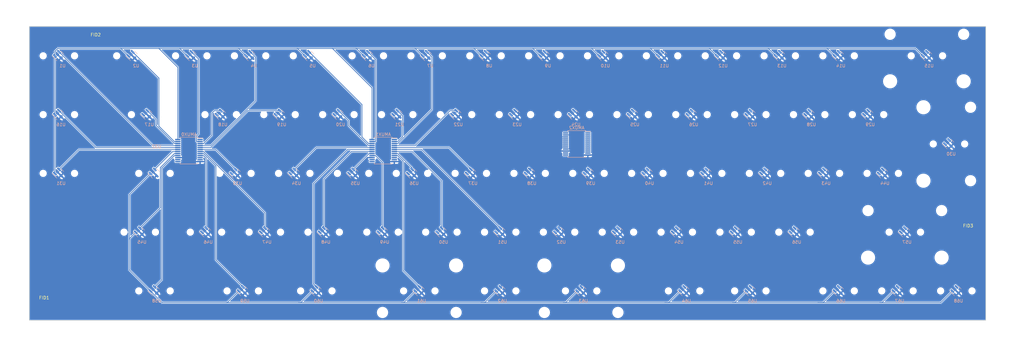
<source format=kicad_pcb>
(kicad_pcb (version 20221018) (generator pcbnew)
  (layers (0 "F.Cu" signal) (31 "B.Cu" signal) (34 "B.Paste" user) (35 "F.Paste" user) (36 "B.SilkS" user "B.Silkscreen") (37 "F.SilkS" user "F.Silkscreen") (38 "B.Mask" user) (39 "F.Mask" user) (44 "Edge.Cuts" user))
  (net 0 "")
  (net 1 "/ADC0")
  (net 2 "/AMUX0:7")
  (net 3 "/AMUX0:6")
  (net 4 "/AMUX0:5")
  (net 5 "/AMUX0:4")
  (net 6 "/AMUX0:3")
  (net 7 "/AMUX0:2")
  (net 8 "/AMUX0:1")
  (net 9 "/AMUX0:0")
  (net 10 "/SELECT0")
  (net 11 "/SELECT1")
  (net 12 "GND")
  (net 13 "/SELECT3")
  (net 14 "/SELECT2")
  (net 15 "/AMUX0:15")
  (net 16 "/AMUX0:14")
  (net 17 "/AMUX0:13")
  (net 18 "/AMUX0:12")
  (net 19 "/AMUX0:11")
  (net 20 "/AMUX0:10")
  (net 22 "/AMUX0:9")
  (net 23 "/AMUX0:8")
  (net 25 "+3.3VA")
  (net 52 "/ADC1")
  (net 53 "/AMUX1:7")
  (net 54 "/AMUX1:6")
  (net 55 "/AMUX1:5")
  (net 56 "/AMUX1:4")
  (net 57 "/AMUX1:3")
  (net 58 "/AMUX1:2")
  (net 59 "/AMUX1:1")
  (net 60 "/AMUX1:0")
  (net 61 "/AMUX1:15")
  (net 62 "/AMUX1:14")
  (net 63 "/AMUX1:13")
  (net 64 "/AMUX1:12")
  (net 65 "/AMUX1:11")
  (net 66 "/AMUX1:10")
  (net 67 "/AMUX1:9")
  (net 68 "/AMUX1:8")
  (net 69 "/ADC2")
  (net 70 "/AMUX2:7")
  (net 71 "/AMUX2:6")
  (net 72 "/AMUX2:5")
  (net 73 "/AMUX2:4")
  (net 74 "/AMUX2:3")
  (net 75 "/AMUX2:2")
  (net 76 "/AMUX2:1")
  (net 77 "/AMUX2:0")
  (net 78 "/AMUX2:15")
  (net 79 "/AMUX2:14")
  (net 80 "/AMUX2:13")
  (net 81 "/AMUX2:12")
  (net 82 "/AMUX2:11")
  (net 83 "/AMUX2:10")
  (net 84 "/AMUX2:9")
  (net 85 "/AMUX2:8")
  (footprint "Lekker switch:SW_MX_Lekker_1u" (layer "F.Cu") (at 154.3 78.1)
    (fp_text reference "U36")
    (fp_text value "A1101ELHL" hide)
  )
  (footprint "Lekker switch:SW_MX_Lekker" (layer "F.Cu") (at 209.06875 116.2)
    (fp_text reference "U63")
    (fp_text value "A1101ELHL" hide)
  )
  (footprint "Lekker switch:SW_MX_Lekker_1u" (layer "F.Cu") (at 268.6 78.1)
    (fp_text reference "U42")
    (fp_text value "A1101ELHL" hide)
  )
  (footprint "Lekker switch:SW_MX_Lekker_1u" (layer "F.Cu") (at 125.725 97.15)
    (fp_text reference "U48")
    (fp_text value "A1101ELHL" hide)
  )
  (footprint "Lekker switch:SW_MX_Lekker_1.25u" (layer "F.Cu") (at 66.19375 97.15)
    (fp_text reference "U45")
    (fp_text value "A1101ELHL" hide)
  )
  (footprint "Lekker switch:SW_MX_Lekker_1u" (layer "F.Cu") (at 163.825 97.15)
    (fp_text reference "U50")
    (fp_text value "A1101ELHL" hide)
  )
  (footprint "Lekker switch:SW_MX_Lekker_1u" (layer "F.Cu") (at 63.8125 40)
    (fp_text reference "U2")
    (fp_text value "A1101ELHL" hide)
  )
  (footprint "Lekker switch:SW_MX_Lekker_1.75u" (layer "F.Cu") (at 70.95625 116.2)
    (fp_text reference "U58")
    (fp_text value "A1101ELHL" hide)
  )
  (footprint "Lekker switch:SW_MX_Lekker_1u" (layer "F.Cu") (at 301.9375 59.05)
    (fp_text reference "U29")
    (fp_text value "A1101ELHL" hide)
  )
  (footprint "Lekker switch:SW_MX_Lekker_1u" (layer "F.Cu") (at 187.6375 59.05)
    (fp_text reference "U23")
    (fp_text value "A1101ELHL" hide)
  )
  (footprint "Lekker switch:SW_MX_Lekker_1.25u" (layer "F.Cu") (at 99.53125 116.2)
    (fp_text reference "U59")
    (fp_text value "A1101ELHL" hide)
  )
  (footprint "Lekker switch:SW_MX_Lekker_1u" (layer "F.Cu") (at 168.5875 59.05)
    (fp_text reference "U22")
    (fp_text value "A1101ELHL" hide)
  )
  (footprint "Lekker switch:SW_MX_Lekker_1u" (layer "F.Cu") (at 92.3875 59.05)
    (fp_text reference "U18")
    (fp_text value "A1101ELHL" hide)
  )
  (footprint "Lekker switch:SW_MX_Lekker_1u" (layer "F.Cu") (at 149.5375 59.05)
    (fp_text reference "U21")
    (fp_text value "A1101ELHL" hide)
  )
  (footprint "Lekker switch:SW_MX_Lekker_1u" (layer "F.Cu") (at 282.8875 59.05)
    (fp_text reference "U28")
    (fp_text value "A1101ELHL" hide)
  )
  (footprint "Lekker switch:SW_MX_Lekker_1u" (layer "F.Cu") (at 287.65 78.1)
    (fp_text reference "U43")
    (fp_text value "A1101ELHL" hide)
  )
  (footprint "Lekker switch:SW_MX_Lekker_1.25u" (layer "F.Cu") (at 123.34375 116.2)
    (fp_text reference "U60")
    (fp_text value "A1101ELHL" hide)
  )
  (footprint "Lekker switch:SW_MX_Lekker_1u" (layer "F.Cu") (at 182.875 97.15)
    (fp_text reference "U51")
    (fp_text value "A1101ELHL" hide)
  )
  (footprint "Lekker switch:SW_MX_Lekker_1u" (layer "F.Cu") (at 259.075 97.15)
    (fp_text reference "U55")
    (fp_text value "A1101ELHL" hide)
  )
  (footprint "Lekker switch:SW_MX_Lekker" (layer "F.Cu") (at 328.13125 68.575)
    (fp_text reference "U30")
    (fp_text value "A1101ELHL" hide)
  )
  (footprint "Lekker switch:SW_MX_Lekker_1u" (layer "F.Cu") (at 178.1125 40)
    (fp_text reference "U8")
    (fp_text value "A1101ELHL" hide)
  )
  (footprint "Lekker switch:SW_MX_Lekker_1u" (layer "F.Cu") (at 40 40)
    (fp_text reference "U1")
    (fp_text value "A1101ELHL" hide)
  )
  (footprint "Lekker switch:SW_MX_Lekker" (layer "F.Cu") (at 156.68125 116.2)
    (fp_text reference "U61")
    (fp_text value "A1101ELHL" hide)
  )
  (footprint "Fiducial:Fiducial_1mm_Mask3mm" (layer "F.Cu") (at 51.90625 35.71375)
    (fp_text reference "FID2")
    (fp_text value "Fiducial")
  )
  (footprint "Lekker switch:SW_MX_Lekker_1u" (layer "F.Cu") (at 263.8375 59.05)
    (fp_text reference "U27")
    (fp_text value "A1101ELHL" hide)
  )
  (footprint "Lekker switch:SW_MX_Lekker_1u" (layer "F.Cu") (at 111.4375 59.05)
    (fp_text reference "U19")
    (fp_text value "A1101ELHL" hide)
  )
  (footprint "Lekker switch:SW_MX_Lekker_1u" (layer "F.Cu") (at 120.9625 40)
    (fp_text reference "U5")
    (fp_text value "A1101ELHL" hide)
  )
  (footprint "PCM_marbastlib-mx:STAB_MX_2.25u" (layer "F.Cu") (at 209.06875 116.2 180)
    (fp_text reference "REF**" hide)
    (fp_text value "STAB_MX_2.25u")
  )
  (footprint "Lekker switch:SW_MX_Lekker_1u" (layer "F.Cu") (at 106.675 97.15)
    (fp_text reference "U47")
    (fp_text value "A1101ELHL" hide)
  )
  (footprint "Lekker switch:SW_MX_Lekker_1u" (layer "F.Cu") (at 116.2 78.1)
    (fp_text reference "U34")
    (fp_text value "A1101ELHL" hide)
  )
  (footprint "Lekker switch:SW_MX_Lekker_1u" (layer "F.Cu") (at 311.4625 116.2)
    (fp_text reference "U67")
    (fp_text value "A1101ELHL" hide)
  )
  (footprint "Lekker switch:SW_MX_Lekker_1u" (layer "F.Cu") (at 244.7875 59.05)
    (fp_text reference "U26")
    (fp_text value "A1101ELHL" hide)
  )
  (footprint "Fiducial:Fiducial_1mm_Mask3mm" (layer "F.Cu") (at 35.2375 120.9625)
    (fp_text reference "FID1")
    (fp_text value "Fiducial")
  )
  (footprint "Lekker switch:SW_MX_Lekker_1u" (layer "F.Cu") (at 140.0125 40)
    (fp_text reference "U6")
    (fp_text value "A1101ELHL" hide)
  )
  (footprint "PCM_marbastlib-mx:STAB_MX_2.75u" (layer "F.Cu") (at 313.84375 97.15)
    (fp_text reference "REF**" hide)
    (fp_text value "STAB_MX_2.75u")
  )
  (footprint "Lekker switch:SW_MX_Lekker_1u" (layer "F.Cu") (at 263.8375 116.2)
    (fp_text reference "U65")
    (fp_text value "A1101ELHL" hide)
  )
  (footprint "PCM_marbastlib-mx:STAB_MX_2.25u" (layer "F.Cu") (at 156.68125 116.2 180)
    (fp_text reference "REF**" hide)
    (fp_text value "STAB_MX_2.25u")
  )
  (footprint "Lekker switch:SW_MX_Lekker_1u" (layer "F.Cu") (at 278.125 97.15)
    (fp_text reference "U56")
    (fp_text value "A1101ELHL" hide)
  )
  (footprint "Lekker switch:SW_MX_Lekker_1.25u" (layer "F.Cu") (at 242.40625 116.2)
    (fp_text reference "U64")
    (fp_text value "A1101ELHL" hide)
  )
  (footprint "Lekker switch:SW_MX_Lekker_1u" (layer "F.Cu") (at 130.4875 59.05)
    (fp_text reference "U20")
    (fp_text value "A1101ELHL" hide)
  )
  (footprint "Lekker switch:SW_MX_Lekker_1u" (layer "F.Cu") (at 159.0625 40)
    (fp_text reference "U7")
    (fp_text value "A1101ELHL" hide)
  )
  (footprint "Lekker switch:SW_MX_Lekker_1u" (layer "F.Cu") (at 201.925 97.15)
    (fp_text reference "U52")
    (fp_text value "A1101ELHL" hide)
  )
  (footprint "Lekker switch:SW_MX_Lekker_1u" (layer "F.Cu") (at 292.4125 40)
    (fp_text reference "U14")
    (fp_text value "A1101ELHL" hide)
  )
  (footprint "Lekker switch:SW_MX_Lekker_1u" (layer "F.Cu") (at 97.15 78.1)
    (fp_text reference "U33")
    (fp_text value "A1101ELHL" hide)
  )
  (footprint "Lekker switch:SW_MX_Lekker_1u" (layer "F.Cu") (at 306.7 78.1)
    (fp_text reference "U44")
    (fp_text value "A1101ELHL" hide)
  )
  (footprint "Lekker switch:SW_MX_Lekker_1u" (layer "F.Cu") (at 40 59.05)
    (fp_text reference "U16")
    (fp_text value "A1101ELHL" hide)
  )
  (footprint "Lekker switch:SW_MX_Lekker_1u" (layer "F.Cu") (at 254.3125 40)
    (fp_text reference "U12")
    (fp_text value "A1101ELHL" hide)
  )
  (footprint "Lekker switch:SW_MX_Lekker_1u" (layer "F.Cu") (at 192.4 78.1)
    (fp_text reference "U38")
    (fp_text value "A1101ELHL" hide)
  )
  (footprint "Lekker switch:SW_MX_Lekker_1u" (layer "F.Cu") (at 240.025 97.15)
    (fp_text reference "U54")
    (fp_text value "A1101ELHL" hide)
  )
  (footprint "Lekker switch:SW_MX_Lekker_1u" (layer "F.Cu") (at 144.775 97.15)
    (fp_text reference "U49")
    (fp_text value "A1101ELHL" hide)
  )
  (footprint "Lekker switch:SW_MX_Lekker_1u" (layer "F.Cu") (at 197.1625 40)
    (fp_text reference "U9")
    (fp_text value "A1101ELHL" hide)
  )
  (footprint "Lekker switch:SW_MX_Lekker_1u" (layer "F.Cu") (at 173.35 78.1)
    (fp_text reference "U37")
    (fp_text value "A1101ELHL" hide)
  )
  (footprint "PCM_marbastlib-mx:STAB_MX_2u" (layer "F.Cu") (at 320.9875 40)
    (fp_text reference "REF**" hide)
    (fp_text value "STAB_MX_2u")
  )
  (footprint "Lekker switch:SW_MX_Lekker_1u" (layer "F.Cu") (at 82.8625 40)
    (fp_text reference "U3")
    (fp_text value "A1101ELHL" hide)
  )
  (footprint "Lekker switch:SW_MX_Lekker_1u" (layer "F.Cu") (at 225.7375 59.05)
    (fp_text reference "U25")
    (fp_text value "A1101ELHL" hide)
  )
  (footprint "Lekker switch:SW_MX_Lekker_1u" (layer "F.Cu") (at 211.45 78.1)
    (fp_text reference "U39")
    (fp_text value "A1101ELHL" hide)
  )
  (footprint "Lekker switch:SW_MX_Lekker_1u" (layer "F.Cu") (at 87.625 97.15)
    (fp_text reference "U46")
    (fp_text value "A1101ELHL" hide)
  )
  (footprint "Lekker switch:SW_MX_Lekker" (layer "F.Cu") (at 313.84375 97.15)
    (fp_text reference "U57")
    (fp_text value "A1101ELHL" hide)
  )
  (footprint "Lekker switch:SW_MX_Lekker_1.5u" (layer "F.Cu") (at 68.575 59.05)
    (fp_text reference "U17")
    (fp_text value "A1101ELHL" hide)
  )
  (footprint "Lekker switch:SW_MX_Lekker_1u" (layer "F.Cu") (at 216.2125 40)
    (fp_text reference "U10")
    (fp_text value "A1101ELHL" hide)
  )
  (footprint "Lekker switch:SW_MX_Lekker_1u" (layer "F.Cu") (at 40 78.1)
    (fp_text reference "U31")
    (fp_text value "A1101ELHL" hide)
  )
  (footprint "PCM_marbastlib-mx:STAB_MX_ISO-ROT" (layer "F.Cu") (at 328.13125 68.575)
    (fp_text reference "REF**" hide)
    (fp_text value "STAB_MX_ISO-ROT")
  )
  (footprint "Lekker switch:SW_MX_Lekker_1u" (layer "F.Cu") (at 292.4125 116.2)
    (fp_text reference "U66")
    (fp_text value "A1101ELHL" hide)
  )
  (footprint "Lekker switch:SW_MX_Lekker_1u" (layer "F.Cu") (at 273.3625 40)
    (fp_text reference "U13")
    (fp_text value "A1101ELHL" hide)
  )
  (footprint "Lekker switch:SW_MX_Lekker_1u" (layer "F.Cu") (at 230.5 78.1)
    (fp_text reference "U40")
    (fp_text value "A1101ELHL" hide)
  )
  (footprint "Lekker switch:SW_MX_Lekker_1u" (layer "F.Cu") (at 135.25 78.1)
    (fp_text reference "U35")
    (fp_text value "A1101ELHL" hide)
  )
  (footprint "Lekker switch:SW_MX_Lekker" (layer "F.Cu") (at 182.875 116.2)
    (fp_text reference "U62")
    (fp_text value "A1101ELHL" hide)
  )
  (footprint "Lekker switch:SW_MX_Lekker" (layer "F.Cu") (at 320.9875 40)
    (fp_text reference "U15")
    (fp_text value "A1101ELHL" hide)
  )
  (footprint "Lekker switch:SW_MX_Lekker_1u" (layer "F.Cu") (at 235.2625 40)
    (fp_text reference "U11")
    (fp_text value "A1101ELHL" hide)
  )
  (footprint "Lekker switch:SW_MX_Lekker_1u" (layer "F.Cu") (at 101.9125 40)
    (fp_text reference "U4")
    (fp_text value "A1101ELHL" hide)
  )
  (footprint "Lekker switch:SW_MX_Lekker_1u" (layer "F.Cu") (at 206.6875 59.05)
    (fp_text reference "U24")
    (fp_text value "A1101ELHL" hide)
  )
  (footprint "Lekker switch:SW_MX_Lekker_1u" (layer "F.Cu") (at 249.55 78.1)
    (fp_text reference "U41")
    (fp_text value "A1101ELHL" hide)
  )
  (footprint "Lekker switch:SW_MX_Lekker_1u" (layer "F.Cu") (at 330.5125 116.2)
    (fp_text reference "U68")
    (fp_text value "A1101ELHL" hide)
  )
  (footprint "Lekker switch:SW_MX_Lekker_1u" (layer "F.Cu") (at 220.975 97.15)
    (fp_text reference "U53")
    (fp_text value "A1101ELHL" hide)
  )
  (footprint "Lekker switch:SW_MX_Lekker_1.75u" (layer "F.Cu") (at 70.95625 78.1)
    (fp_text reference "U32")
    (fp_text value "A1101ELHL" hide)
  )
  (footprint "Fiducial:Fiducial_1mm_Mask3mm" (layer "F.Cu") (at 334.3225 97.62625)
    (fp_text reference "FID3")
    (fp_text value "Fiducial")
  )
  (footprint "Package_SO:SSOP-24_5.3x8.2mm_P0.65mm" (layer "B.Cu") (at 82.12 70.715 180)
    (fp_text reference "AMUX0")
    (fp_text value "CD74HC4067SM")
  )
  (footprint "Package_SO:SSOP-24_5.3x8.2mm_P0.65mm" (layer "B.Cu") (at 207.64 68.575 180)
    (fp_text reference "AMUX2")
    (fp_text value "CD74HC4067SM")
  )
  (footprint "Package_SO:SSOP-24_5.3x8.2mm_P0.65mm" (layer "B.Cu") (at 144.985 70.715 180)
    (fp_text reference "AMUX1")
    (fp_text value "CD74HC4067SM")
  )
  (gr_rect locked (start 30.475 30.475) (end 340.0375 125.725) (stroke (width 0.2)) (fill none) (layer "Edge.Cuts"))
  (segment (start 84.52 66.046818) (end 84.52 67.715) (width 0.25) (layer "B.Cu") (net 2))
  (segment (start 84.52 67.715) (end 84.595 67.79) (width 0.25) (layer "B.Cu") (net 2))
  (segment (start 84.595 67.79) (end 85.72 67.79) (width 0.25) (layer "B.Cu") (net 2))
  (segment (start 85.24375 65.323068) (end 84.52 66.046818) (width 0.25) (layer "B.Cu") (net 2))
  (segment (start 85.24375 41.037747) (end 85.24375 65.323068) (width 0.25) (layer "B.Cu") (net 2))
  (segment (start 82.919719 38.713716) (end 85.24375 41.037747) (width 0.25) (layer "B.Cu") (net 2))
  (segment (start 86.845 68.44) (end 89.53 65.755) (width 0.25) (layer "B.Cu") (net 3))
  (segment (start 89.53 58.57375) (end 90.340034 57.763716) (width 0.25) (layer "B.Cu") (net 3))
  (segment (start 85.72 68.44) (end 86.845 68.44) (width 0.25) (layer "B.Cu") (net 3))
  (segment (start 89.53 65.755) (end 89.53 58.57375) (width 0.25) (layer "B.Cu") (net 3))
  (segment (start 92.444719 57.678469) (end 92.444719 57.763716) (width 0.25) (layer "B.Cu") (net 3))
  (segment (start 90.340034 57.763716) (end 92.444719 57.763716) (width 0.25) (layer "B.Cu") (net 3))
  (segment (start 103.620284 40.364281) (end 101.969719 38.713716) (width 0.25) (layer "B.Cu") (net 4))
  (segment (start 85.72 69.09) (end 89.195267 69.09) (width 0.25) (layer "B.Cu") (net 4))
  (segment (start 103.620284 54.664983) (end 103.620284 40.364281) (width 0.25) (layer "B.Cu") (net 4))
  (segment (start 89.195267 69.09) (end 103.620284 54.664983) (width 0.25) (layer "B.Cu") (net 4))
  (segment (start 89.181663 69.74) (end 101.157947 57.763716) (width 0.25) (layer "B.Cu") (net 5))
  (segment (start 85.72 69.74) (end 89.181663 69.74) (width 0.25) (layer "B.Cu") (net 5))
  (segment (start 101.157947 57.763716) (end 111.494719 57.763716) (width 0.25) (layer "B.Cu") (net 5))
  (segment (start 85.72 70.39) (end 90.783503 70.39) (width 0.25) (layer "B.Cu") (net 6))
  (segment (start 90.783503 70.39) (end 97.207219 76.813716) (width 0.25) (layer "B.Cu") (net 6))
  (segment (start 106.732219 90.927219) (end 106.732219 95.863716) (width 0.25) (layer "B.Cu") (net 7))
  (segment (start 86.845 71.04) (end 106.732219 90.927219) (width 0.25) (layer "B.Cu") (net 7))
  (segment (start 85.72 71.04) (end 86.845 71.04) (width 0.25) (layer "B.Cu") (net 7))
  (segment (start 90.82 106.145247) (end 99.588469 114.913716) (width 0.25) (layer "B.Cu") (net 8))
  (segment (start 90.82 75.665) (end 90.82 106.145247) (width 0.25) (layer "B.Cu") (net 8))
  (segment (start 86.845 71.69) (end 90.82 75.665) (width 0.25) (layer "B.Cu") (net 8))
  (segment (start 85.72 71.69) (end 86.845 71.69) (width 0.25) (layer "B.Cu") (net 8))
  (segment (start 87.682219 73.202219) (end 87.682219 95.863716) (width 0.25) (layer "B.Cu") (net 9))
  (segment (start 85.72 72.34) (end 86.82 72.34) (width 0.25) (layer "B.Cu") (net 9))
  (segment (start 86.82 72.34) (end 87.682219 73.202219) (width 0.25) (layer "B.Cu") (net 9))
  (segment (start 77.395 72.34) (end 73.3375 76.3975) (width 0.25) (layer "B.Cu") (net 15))
  (segment (start 78.52 72.34) (end 77.395 72.34) (width 0.25) (layer "B.Cu") (net 15))
  (segment (start 73.3375 112.589685) (end 71.013469 114.913716) (width 0.25) (layer "B.Cu") (net 15))
  (segment (start 73.3375 76.3975) (end 73.3375 112.589685) (width 0.25) (layer "B.Cu") (net 15))
  (segment (start 77.395 71.69) (end 72.86125 76.22375) (width 0.25) (layer "B.Cu") (net 16))
  (segment (start 72.86125 89.253435) (end 66.250969 95.863716) (width 0.25) (layer "B.Cu") (net 16))
  (segment (start 78.52 71.69) (end 77.395 71.69) (width 0.25) (layer "B.Cu") (net 16))
  (segment (start 72.86125 76.22375) (end 72.86125 89.253435) (width 0.25) (layer "B.Cu") (net 16))
  (segment (start 76.787185 71.04) (end 71.013469 76.813716) (width 0.25) (layer "B.Cu") (net 17))
  (segment (start 78.52 71.04) (end 76.787185 71.04) (width 0.25) (layer "B.Cu") (net 17))
  (segment (start 46.480935 70.39) (end 40.057219 76.813716) (width 0.25) (layer "B.Cu") (net 18))
  (segment (start 78.52 70.39) (end 46.480935 70.39) (width 0.25) (layer "B.Cu") (net 18))
  (segment (start 52.033503 69.74) (end 40.057219 57.763716) (width 0.25) (layer "B.Cu") (net 19))
  (segment (start 78.52 69.74) (end 52.033503 69.74) (width 0.25) (layer "B.Cu") (net 19))
  (segment (start 78.52 69.09) (end 70.433503 69.09) (width 0.25) (layer "B.Cu") (net 20))
  (segment (start 70.433503 69.09) (end 40.057219 38.713716) (width 0.25) (layer "B.Cu") (net 20))
  (segment (start 77.308604 68.34) (end 71.4325 62.463896) (width 0.25) (layer "B.Cu") (net 22))
  (segment (start 78.52 68.51875) (end 78.34125 68.34) (width 0.25) (layer "B.Cu") (net 22))
  (segment (start 78.52 68.44) (end 78.52 68.51875) (width 0.25) (layer "B.Cu") (net 22))
  (segment (start 71.4325 62.463896) (end 71.4325 60.563997) (width 0.25) (layer "B.Cu") (net 22))
  (segment (start 78.34125 68.34) (end 77.308604 68.34) (width 0.25) (layer "B.Cu") (net 22))
  (segment (start 71.4325 60.563997) (end 68.632219 57.763716) (width 0.25) (layer "B.Cu") (net 22))
  (segment (start 77.395 67.79) (end 72.385 62.78) (width 0.25) (layer "B.Cu") (net 23))
  (segment (start 72.385 47.228997) (end 63.869719 38.713716) (width 0.25) (layer "B.Cu") (net 23))
  (segment (start 78.52 67.79) (end 77.395 67.79) (width 0.25) (layer "B.Cu") (net 23))
  (segment (start 72.385 62.78) (end 72.385 47.228997) (width 0.25) (layer "B.Cu") (net 23))
  (segment (start 193.437747 37.61875) (end 195.876216 40.057219) (width 0.25) (layer "B.Cu") (net 25))
  (segment (start 78.52 67.14) (end 78.52 43.75375) (width 0.25) (layer "B.Cu") (net 25))
  (segment (start 176.68375 120.01) (end 203.35375 120.01) (width 0.25) (layer "B.Cu") (net 25))
  (segment (start 203.35375 120.01) (end 236.215 120.01) (width 0.25) (layer "B.Cu") (net 25))
  (segment (start 78.52 43.75375) (end 72.385 37.61875) (width 0.25) (layer "B.Cu") (net 25))
  (segment (start 258.1225 120.01) (end 285.745 120.01) (width 0.25) (layer "B.Cu") (net 25))
  (segment (start 38.713716 40.057219) (end 38.713716 38.554617) (width 0.25) (layer "B.Cu") (net 25))
  (segment (start 269.637747 37.61875) (end 288.687747 37.61875) (width 0.25) (layer "B.Cu") (net 25))
  (segment (start 79.137747 37.61875) (end 81.576216 40.057219) (width 0.25) (layer "B.Cu") (net 25))
  (segment (start 236.215 120.01) (end 258.1225 120.01) (width 0.25) (layer "B.Cu") (net 25))
  (segment (start 212.487747 37.61875) (end 231.537747 37.61875) (width 0.25) (layer "B.Cu") (net 25))
  (segment (start 117.1525 37.61875) (end 117.237747 37.61875) (width 0.25) (layer "B.Cu") (net 25))
  (segment (start 136.2025 37.61875) (end 155.337747 37.61875) (width 0.25) (layer "B.Cu") (net 25))
  (segment (start 72.385 37.61875) (end 79.137747 37.61875) (width 0.25) (layer "B.Cu") (net 25))
  (segment (start 174.387747 37.61875) (end 176.826216 40.057219) (width 0.25) (layer "B.Cu") (net 25))
  (segment (start 305.7475 120.01) (end 306.423435 120.01) (width 0.25) (layer "B.Cu") (net 25))
  (segment (start 136.287747 37.61875) (end 138.726216 40.057219) (width 0.25) (layer "B.Cu") (net 25))
  (segment (start 231.537747 37.61875) (end 250.587747 37.61875) (width 0.25) (layer "B.Cu") (net 25))
  (segment (start 62.86 109.447253) (end 62.86 99.53125) (width 0.25) (layer "B.Cu") (net 25))
  (segment (start 39.649583 37.61875) (end 60.087747 37.61875) (width 0.25) (layer "B.Cu") (net 25))
  (segment (start 325.473435 120.01) (end 329.226216 116.257219) (width 0.25) (layer "B.Cu") (net 25))
  (segment (start 203.35375 120.01) (end 204.029685 120.01) (width 0.25) (layer "B.Cu") (net 25))
  (segment (start 141.385 50.42125) (end 128.5825 37.61875) (width 0.25) (layer "B.Cu") (net 25))
  (segment (start 287.373435 120.01) (end 291.126216 116.257219) (width 0.25) (layer "B.Cu") (net 25))
  (segment (start 150.96625 120.01) (end 151.642185 120.01) (width 0.25) (layer "B.Cu") (net 25))
  (segment (start 236.215 120.01) (end 237.367185 120.01) (width 0.25) (layer "B.Cu") (net 25))
  (segment (start 306.423435 120.01) (end 310.176216 116.257219) (width 0.25) (layer "B.Cu") (net 25))
  (segment (start 288.687747 37.61875) (end 291.126216 40.057219) (width 0.25) (layer "B.Cu") (net 25))
  (segment (start 305.7475 120.01) (end 325.473435 120.01) (width 0.25) (layer "B.Cu") (net 25))
  (segment (start 285.745 120.01) (end 305.7475 120.01) (width 0.25) (layer "B.Cu") (net 25))
  (segment (start 317.262747 37.61875) (end 319.701216 40.057219) (width 0.25) (layer "B.Cu") (net 25))
  (segment (start 94.2925 120.01) (end 94.492185 120.01) (width 0.25) (layer "B.Cu") (net 25))
  (segment (start 151.642185 120.01) (end 155.394966 116.257219) (width 0.25) (layer "B.Cu") (net 25))
  (segment (start 69.669966 116.257219) (end 62.86 109.447253) (width 0.25) (layer "B.Cu") (net 25))
  (segment (start 141.385 67.14) (end 141.385 50.42125) (width 0.25) (layer "B.Cu") (net 25))
  (segment (start 60.087747 37.61875) (end 62.526216 40.057219) (width 0.25) (layer "B.Cu") (net 25))
  (segment (start 174.387747 37.61875) (end 193.437747 37.61875) (width 0.25) (layer "B.Cu") (net 25))
  (segment (start 117.62875 120.01) (end 118.304685 120.01) (width 0.25) (layer "B.Cu") (net 25))
  (segment (start 177.835935 120.01) (end 181.588716 116.257219) (width 0.25) (layer "B.Cu") (net 25))
  (segment (start 98.187747 37.61875) (end 100.626216 40.057219) (width 0.25) (layer "B.Cu") (net 25))
  (segment (start 136.2025 37.61875) (end 136.287747 37.61875) (width 0.25) (layer "B.Cu") (net 25))
  (segment (start 231.537747 37.61875) (end 233.976216 40.057219) (width 0.25) (layer "B.Cu") (net 25))
  (segment (start 155.337747 37.61875) (end 157.776216 40.057219) (width 0.25) (layer "B.Cu") (net 25))
  (segment (start 118.304685 120.01) (end 122.057466 116.257219) (width 0.25) (layer "B.Cu") (net 25))
  (segment (start 250.587747 37.61875) (end 269.637747 37.61875) (width 0.25) (layer "B.Cu") (net 25))
  (segment (start 73.422747 120.01) (end 94.2925 120.01) (width 0.25) (layer "B.Cu") (net 25))
  (segment (start 62.86 99.53125) (end 62.86 84.967185) (width 0.25) (layer "B.Cu") (net 25))
  (segment (start 193.437747 37.61875) (end 212.487747 37.61875) (width 0.25) (layer "B.Cu") (net 25))
  (segment (start 117.62875 120.01) (end 150.96625 120.01) (width 0.25) (layer "B.Cu") (net 25))
  (segment (start 117.1525 37.61875) (end 128.5825 37.61875) (width 0.25) (layer "B.Cu") (net 25))
  (segment (start 94.2925 120.01) (end 117.62875 120.01) (width 0.25) (layer "B.Cu") (net 25))
  (segment (start 176.68375 120.01) (end 177.835935 120.01) (width 0.25) (layer "B.Cu") (net 25))
  (segment (start 150.96625 120.01) (end 176.68375 120.01) (width 0.25) (layer "B.Cu") (net 25))
  (segment (start 204.029685 120.01) (end 207.782466 116.257219) (width 0.25) (layer "B.Cu") (net 25))
  (segment (start 38.713716 59.107219) (end 38.713716 40.057219) (width 0.25) (layer "B.Cu") (net 25))
  (segment (start 155.337747 37.61875) (end 174.387747 37.61875) (width 0.25) (layer "B.Cu") (net 25))
  (segment (start 62.86 84.967185) (end 69.669966 78.157219) (width 0.25) (layer "B.Cu") (net 25))
  (segment (start 62.86 99.53125) (end 62.86 99.254685) (width 0.25) (layer "B.Cu") (net 25))
  (segment (start 38.713716 78.157219) (end 38.713716 59.107219) (width 0.25) (layer "B.Cu") (net 25))
  (segment (start 60.087747 37.61875) (end 72.385 37.61875) (width 0.25) (layer "B.Cu") (net 25))
  (segment (start 288.687747 37.61875) (end 317.262747 37.61875) (width 0.25) (layer "B.Cu") (net 25))
  (segment (start 94.492185 120.01) (end 98.244966 116.257219) (width 0.25) (layer "B.Cu") (net 25))
  (segment (start 269.637747 37.61875) (end 272.076216 40.057219) (width 0.25) (layer "B.Cu") (net 25))
  (segment (start 258.1225 120.01) (end 258.798435 120.01) (width 0.25) (layer "B.Cu") (net 25))
  (segment (start 69.669966 116.257219) (end 73.422747 120.01) (width 0.25) (layer "B.Cu") (net 25))
  (segment (start 98.187747 37.61875) (end 117.1525 37.61875) (width 0.25) (layer "B.Cu") (net 25))
  (segment (start 38.713716 38.554617) (end 39.649583 37.61875) (width 0.25) (layer "B.Cu") (net 25))
  (segment (start 237.367185 120.01) (end 241.119966 116.257219) (width 0.25) (layer "B.Cu") (net 25))
  (segment (start 285.745 120.01) (end 287.373435 120.01) (width 0.25) (layer "B.Cu") (net 25))
  (segment (start 128.5825 37.61875) (end 136.2025 37.61875) (width 0.25) (layer "B.Cu") (net 25))
  (segment (start 62.86 99.254685) (end 64.907466 97.207219) (width 0.25) (layer "B.Cu") (net 25))
  (segment (start 212.487747 37.61875) (end 214.926216 40.057219) (width 0.25) (layer "B.Cu") (net 25))
  (segment (start 79.137747 37.61875) (end 98.187747 37.61875) (width 0.25) (layer "B.Cu") (net 25))
  (segment (start 250.587747 37.61875) (end 253.026216 40.057219) (width 0.25) (layer "B.Cu") (net 25))
  (segment (start 117.237747 37.61875) (end 119.676216 40.057219) (width 0.25) (layer "B.Cu") (net 25))
  (segment (start 258.798435 120.01) (end 262.551216 116.257219) (width 0.25) (layer "B.Cu") (net 25))
  (segment (start 151.245284 66.254716) (end 151.245284 59.414281) (width 0.25) (layer "B.Cu") (net 53))
  (segment (start 149.71 67.79) (end 151.245284 66.254716) (width 0.25) (layer "B.Cu") (net 53))
  (segment (start 151.245284 59.414281) (end 149.594719 57.763716) (width 0.25) (layer "B.Cu") (net 53))
  (segment (start 148.585 67.79) (end 149.71 67.79) (width 0.25) (layer "B.Cu") (net 53))
  (segment (start 160.770284 40.364281) (end 159.119719 38.713716) (width 0.25) (layer "B.Cu") (net 54))
  (segment (start 149.71 68.44) (end 160.770284 57.379716) (width 0.25) (layer "B.Cu") (net 54))
  (segment (start 148.585 68.44) (end 149.71 68.44) (width 0.25) (layer "B.Cu") (net 54))
  (segment (start 160.770284 57.379716) (end 160.770284 40.364281) (width 0.25) (layer "B.Cu") (net 54))
  (segment (start 155.305978 69.09) (end 166.632262 57.763716) (width 0.25) (layer "B.Cu") (net 55))
  (segment (start 166.632262 57.763716) (end 168.644719 57.763716) (width 0.25) (layer "B.Cu") (net 55))
  (segment (start 148.585 69.09) (end 155.305978 69.09) (width 0.25) (layer "B.Cu") (net 55))
  (segment (start 148.585 69.74) (end 166.333503 69.74) (width 0.25) (layer "B.Cu") (net 56))
  (segment (start 166.333503 69.74) (end 173.407219 76.813716) (width 0.25) (layer "B.Cu") (net 56))
  (segment (start 157.458503 70.39) (end 182.932219 95.863716) (width 0.25) (layer "B.Cu") (net 57))
  (segment (start 148.585 70.39) (end 157.458503 70.39) (width 0.25) (layer "B.Cu") (net 57))
  (segment (start 163.882219 80.538469) (end 163.882219 95.863716) (width 0.25) (layer "B.Cu") (net 58))
  (segment (start 148.585 71.04) (end 154.38375 71.04) (width 0.25) (layer "B.Cu") (net 58))
  (segment (start 154.38375 71.04) (end 163.882219 80.538469) (width 0.25) (layer "B.Cu") (net 58))
  (segment (start 148.585 71.69) (end 149.71 71.69) (width 0.25) (layer "B.Cu") (net 59))
  (segment (start 149.71 71.69) (end 154.357219 76.337219) (width 0.25) (layer "B.Cu") (net 59))
  (segment (start 154.357219 76.337219) (end 154.357219 76.813716) (width 0.25) (layer "B.Cu") (net 59))
  (segment (start 151.4425 74.0975) (end 151.4425 109.617747) (width 0.25) (layer "B.Cu") (net 60))
  (segment (start 149.685 72.34) (end 151.4425 74.0975) (width 0.25) (layer "B.Cu") (net 60))
  (segment (start 148.585 72.34) (end 149.685 72.34) (width 0.25) (layer "B.Cu") (net 60))
  (segment (start 151.4425 109.617747) (end 156.738469 114.913716) (width 0.25) (layer "B.Cu") (net 60))
  (segment (start 142.51 72.34) (end 144.832219 74.662219) (width 0.25) (layer "B.Cu") (net 61))
  (segment (start 141.385 72.34) (end 142.51 72.34) (width 0.25) (layer "B.Cu") (net 61))
  (segment (start 144.832219 74.662219) (end 144.832219 95.863716) (width 0.25) (layer "B.Cu") (net 61))
  (segment (start 140.430935 71.69) (end 135.307219 76.813716) (width 0.25) (layer "B.Cu") (net 62))
  (segment (start 141.385 71.69) (end 140.430935 71.69) (width 0.25) (layer "B.Cu") (net 62))
  (segment (start 141.385 71.04) (end 134.69 71.04) (width 0.25) (layer "B.Cu") (net 63))
  (segment (start 125.782219 79.947781) (end 125.782219 95.863716) (width 0.25) (layer "B.Cu") (net 63))
  (segment (start 134.69 71.04) (end 125.782219 79.947781) (width 0.25) (layer "B.Cu") (net 63))
  (segment (start 141.385 70.39) (end 133.435 70.39) (width 0.25) (layer "B.Cu") (net 64))
  (segment (start 122.39125 113.903997) (end 123.400969 114.913716) (width 0.25) (layer "B.Cu") (net 64))
  (segment (start 122.39125 81.43375) (end 122.39125 113.903997) (width 0.25) (layer "B.Cu") (net 64))
  (segment (start 133.435 70.39) (end 122.39125 81.43375) (width 0.25) (layer "B.Cu") (net 64))
  (segment (start 123.330935 69.74) (end 116.257219 76.813716) (width 0.25) (layer "B.Cu") (net 65))
  (segment (start 141.385 69.74) (end 123.330935 69.74) (width 0.25) (layer "B.Cu") (net 65))
  (segment (start 140.26 69.09) (end 133.82125 62.65125) (width 0.25) (layer "B.Cu") (net 66))
  (segment (start 141.385 69.09) (end 140.26 69.09) (width 0.25) (layer "B.Cu") (net 66))
  (segment (start 133.82125 61.040247) (end 130.544719 57.763716) (width 0.25) (layer "B.Cu") (net 66))
  (segment (start 133.82125 62.65125) (end 133.82125 61.040247) (width 0.25) (layer "B.Cu") (net 66))
  (segment (start 140.26 68.44) (end 138.1075 66.2875) (width 0.25) (layer "B.Cu") (net 67))
  (segment (start 138.1075 66.2875) (end 138.1075 55.801497) (width 0.25) (layer "B.Cu") (net 67))
  (segment (start 141.385 68.44) (end 140.26 68.44) (width 0.25) (layer "B.Cu") (net 67))
  (segment (start 138.1075 55.801497) (end 121.019719 38.713716) (width 0.25) (layer "B.Cu") (net 67))
  (segment (start 141.385 67.79) (end 142.51 67.79) (width 0.25) (layer "B.Cu") (net 68))
  (segment (start 142.585 41.228997) (end 140.069719 38.713716) (width 0.25) (layer "B.Cu") (net 68))
  (segment (start 142.51 67.79) (end 142.585 67.715) (width 0.25) (layer "B.Cu") (net 68))
  (segment (start 142.585 67.715) (end 142.585 41.228997) (width 0.25) (layer "B.Cu") (net 68))
  (segment (start 208.11625 89.53) (end 209.06875 90.4825) (width 0.25) (layer "B.Cu") (net 78))
  (segment (start 208.11625 73.15125) (end 208.11625 89.53) (width 0.25) (layer "B.Cu") (net 78))
  (segment (start 205.165 70.2) (end 208.11625 73.15125) (width 0.25) (layer "B.Cu") (net 78))
  (segment (start 204.04 70.2) (end 205.165 70.2) (width 0.25) (layer "B.Cu") (net 78))
  (segment (start 209.06875 90.4825) (end 209.06875 114.856497) (width 0.25) (layer "B.Cu") (net 78))
  (segment (start 209.06875 114.856497) (end 209.125969 114.913716) (width 0.25) (layer "B.Cu") (net 78))
  (segment (start 204.04 69.55) (end 202.915 69.55) (width 0.25) (layer "B.Cu") (net 79))
  (segment (start 202.915 69.55) (end 201.982219 70.482781) (width 0.25) (layer "B.Cu") (net 79))
  (segment (start 201.982219 70.482781) (end 201.982219 95.863716) (width 0.25) (layer "B.Cu") (net 79))
  (segment (start 202.915 68.9) (end 194.305 77.51) (width 0.25) (layer "B.Cu") (net 80))
  (segment (start 194.305 103.540935) (end 182.932219 114.913716) (width 0.25) (layer "B.Cu") (net 80))
  (segment (start 204.04 68.9) (end 202.915 68.9) (width 0.25) (layer "B.Cu") (net 80))
  (segment (start 194.305 77.51) (end 194.305 103.540935) (width 0.25) (layer "B.Cu") (net 80))
  (segment (start 204.04 68.25) (end 201.020935 68.25) (width 0.25) (layer "B.Cu") (net 81))
  (segment (start 201.020935 68.25) (end 192.457219 76.813716) (width 0.25) (layer "B.Cu") (net 81))
  (segment (start 204.04 67.6) (end 197.531003 67.6) (width 0.25) (layer "B.Cu") (net 82))
  (segment (start 197.531003 67.6) (end 187.694719 57.763716) (width 0.25) (layer "B.Cu") (net 82))
  (segment (start 182.39875 46.43375) (end 182.39875 42.942747) (width 0.25) (layer "B.Cu") (net 83))
  (segment (start 182.39875 42.942747) (end 178.169719 38.713716) (width 0.25) (layer "B.Cu") (net 83))
  (segment (start 202.915 66.95) (end 182.39875 46.43375) (width 0.25) (layer "B.Cu") (net 83))
  (segment (start 204.04 66.95) (end 202.915 66.95) (width 0.25) (layer "B.Cu") (net 83))
  (segment (start 200.02 41.513997) (end 197.219719 38.713716) (width 0.25) (layer "B.Cu") (net 84))
  (segment (start 204.04 66.3) (end 202.915 66.3) (width 0.25) (layer "B.Cu") (net 84))
  (segment (start 200.02 63.405) (end 200.02 41.513997) (width 0.25) (layer "B.Cu") (net 84))
  (segment (start 202.915 66.3) (end 200.02 63.405) (width 0.25) (layer "B.Cu") (net 84))
  (segment (start 205.165 65.65) (end 209.06875 61.74625) (width 0.25) (layer "B.Cu") (net 85))
  (segment (start 209.06875 61.74625) (end 209.06875 60.087747) (width 0.25) (layer "B.Cu") (net 85))
  (segment (start 209.06875 60.087747) (end 206.744719 57.763716) (width 0.25) (layer "B.Cu") (net 85))
  (segment (start 204.04 65.65) (end 205.165 65.65) (width 0.25) (layer "B.Cu") (net 85))
  (zone (net 12) (net_name "GND") (layers "F&B.Cu") (connect_pads (clearance 0.15)) (min_thickness 0.254) (fill yes (thermal_gap 0.5) (thermal_bridge_width 0.5))
    (polygon (pts (xy 22.37875 21.9025) (xy 352.42 21.9025) (xy 352.42 137.155) (xy 20.95 137.63125)))
  )
)
</source>
